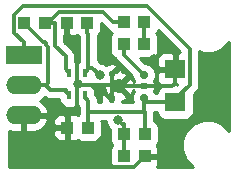
<source format=gtl>
G04 #@! TF.GenerationSoftware,KiCad,Pcbnew,(5.0.2)-1*
G04 #@! TF.CreationDate,2019-02-23T10:33:44+09:00*
G04 #@! TF.ProjectId,SPU0410LR5H,53505530-3431-4304-9c52-35482e6b6963,v1.1*
G04 #@! TF.SameCoordinates,Original*
G04 #@! TF.FileFunction,Copper,L1,Top*
G04 #@! TF.FilePolarity,Positive*
%FSLAX46Y46*%
G04 Gerber Fmt 4.6, Leading zero omitted, Abs format (unit mm)*
G04 Created by KiCad (PCBNEW (5.0.2)-1) date 2019/02/23 10:33:44*
%MOMM*%
%LPD*%
G01*
G04 APERTURE LIST*
G04 #@! TA.AperFunction,ComponentPad*
%ADD10R,3.048000X1.524000*%
G04 #@! TD*
G04 #@! TA.AperFunction,ComponentPad*
%ADD11O,3.048000X1.524000*%
G04 #@! TD*
G04 #@! TA.AperFunction,BGAPad,CuDef*
%ADD12C,0.562000*%
G04 #@! TD*
G04 #@! TA.AperFunction,BGAPad,CuDef*
%ADD13C,0.723000*%
G04 #@! TD*
G04 #@! TA.AperFunction,ComponentPad*
%ADD14C,1.224000*%
G04 #@! TD*
G04 #@! TA.AperFunction,BGAPad,CuDef*
%ADD15C,0.612000*%
G04 #@! TD*
G04 #@! TA.AperFunction,SMDPad,CuDef*
%ADD16R,1.049020X1.079500*%
G04 #@! TD*
G04 #@! TA.AperFunction,SMDPad,CuDef*
%ADD17R,1.800000X1.600000*%
G04 #@! TD*
G04 #@! TA.AperFunction,SMDPad,CuDef*
%ADD18R,0.400000X0.750000*%
G04 #@! TD*
G04 #@! TA.AperFunction,ViaPad*
%ADD19C,0.800000*%
G04 #@! TD*
G04 #@! TA.AperFunction,Conductor*
%ADD20C,0.300000*%
G04 #@! TD*
G04 #@! TA.AperFunction,Conductor*
%ADD21C,0.254000*%
G04 #@! TD*
G04 APERTURE END LIST*
D10*
G04 #@! TO.P,P1,1*
G04 #@! TO.N,VDD*
X141920000Y-108880000D03*
D11*
G04 #@! TO.P,P1,2*
G04 #@! TO.N,SOUT*
X141920000Y-111420000D03*
G04 #@! TO.P,P1,3*
G04 #@! TO.N,GND*
X141920000Y-113960000D03*
G04 #@! TD*
D12*
G04 #@! TO.P,U1,3*
G04 #@! TO.N,GND*
X149366000Y-112515000D03*
G04 #@! TO.P,U1,2*
X149366000Y-110485000D03*
D13*
G04 #@! TO.P,U1,4*
G04 #@! TO.N,VDD*
X152103000Y-112466000D03*
G04 #@! TO.P,U1,1*
G04 #@! TO.N,MOUT*
X152103000Y-110534000D03*
D14*
G04 #@! TO.P,U1,6*
G04 #@! TO.N,GND*
X150000000Y-111500000D03*
D15*
G04 #@! TO.P,U1,5*
X152103000Y-111500000D03*
G04 #@! TD*
D16*
G04 #@! TO.P,C2,2*
G04 #@! TO.N,MOUT*
X150390240Y-107940000D03*
G04 #@! TO.P,C2,1*
G04 #@! TO.N,Net-(C2-Pad1)*
X152137760Y-107940000D03*
G04 #@! TD*
D17*
G04 #@! TO.P,C3,1*
G04 #@! TO.N,VDD*
X154760000Y-112860000D03*
G04 #@! TO.P,C3,2*
G04 #@! TO.N,GND*
X154760000Y-110060000D03*
G04 #@! TD*
D16*
G04 #@! TO.P,C4,2*
G04 #@! TO.N,GND*
X145600240Y-114990000D03*
G04 #@! TO.P,C4,1*
G04 #@! TO.N,VDD*
X147347760Y-114990000D03*
G04 #@! TD*
G04 #@! TO.P,R1,1*
G04 #@! TO.N,Net-(C1-Pad1)*
X150420240Y-115540000D03*
G04 #@! TO.P,R1,2*
G04 #@! TO.N,VDD*
X152167760Y-115540000D03*
G04 #@! TD*
G04 #@! TO.P,R2,2*
G04 #@! TO.N,Net-(C1-Pad1)*
X150422240Y-117410000D03*
G04 #@! TO.P,R2,1*
G04 #@! TO.N,GND*
X152169760Y-117410000D03*
G04 #@! TD*
G04 #@! TO.P,R3,1*
G04 #@! TO.N,Net-(R3-Pad1)*
X150392240Y-106070000D03*
G04 #@! TO.P,R3,2*
G04 #@! TO.N,Net-(C2-Pad1)*
X152139760Y-106070000D03*
G04 #@! TD*
G04 #@! TO.P,R4,1*
G04 #@! TO.N,SOUT*
X141972240Y-106150000D03*
G04 #@! TO.P,R4,2*
G04 #@! TO.N,Net-(R3-Pad1)*
X143719760Y-106150000D03*
G04 #@! TD*
G04 #@! TO.P,C1,1*
G04 #@! TO.N,Net-(C1-Pad1)*
X147317760Y-106100000D03*
G04 #@! TO.P,C1,2*
G04 #@! TO.N,GND*
X145570240Y-106100000D03*
G04 #@! TD*
D18*
G04 #@! TO.P,U2,1*
G04 #@! TO.N,Net-(C1-Pad1)*
X147090000Y-110370000D03*
G04 #@! TO.P,U2,3*
G04 #@! TO.N,Net-(R3-Pad1)*
X145790000Y-110370000D03*
G04 #@! TO.P,U2,2*
G04 #@! TO.N,GND*
X146440000Y-110370000D03*
G04 #@! TO.P,U2,4*
G04 #@! TO.N,SOUT*
X145790000Y-112270000D03*
G04 #@! TO.P,U2,5*
G04 #@! TO.N,VDD*
X147090000Y-112270000D03*
G04 #@! TD*
D19*
G04 #@! TO.N,GND*
X146000000Y-108000000D03*
X148600000Y-107300000D03*
X153000000Y-109200000D03*
X158200000Y-110300000D03*
X154300000Y-116700000D03*
X146200000Y-117400000D03*
X146500000Y-111300000D03*
G04 #@! TO.N,Net-(C1-Pad1)*
X149947900Y-114390300D03*
X148400000Y-110571600D03*
G04 #@! TD*
D20*
G04 #@! TO.N,VDD*
X141920000Y-108880000D02*
X141920000Y-107767700D01*
X154516900Y-112860000D02*
X156010400Y-111366500D01*
X156010400Y-111366500D02*
X156010400Y-108364200D01*
X156010400Y-108364200D02*
X152338700Y-104692500D01*
X152338700Y-104692500D02*
X141828000Y-104692500D01*
X141828000Y-104692500D02*
X141097300Y-105423200D01*
X141097300Y-105423200D02*
X141097300Y-106945000D01*
X141097300Y-106945000D02*
X141920000Y-107767700D01*
X154760000Y-112860000D02*
X154516900Y-112860000D01*
X154134900Y-112860000D02*
X153509700Y-112860000D01*
X154134900Y-112860000D02*
X154516900Y-112860000D01*
X147390000Y-113630500D02*
X147390000Y-112720000D01*
X152103000Y-112860000D02*
X152103000Y-112466000D01*
X152103000Y-113630500D02*
X152103000Y-112860000D01*
X152103000Y-112860000D02*
X153509700Y-112860000D01*
X147347800Y-114100000D02*
X147390000Y-114057800D01*
X147390000Y-114057800D02*
X147390000Y-113630500D01*
X147390000Y-113630500D02*
X152103000Y-113630500D01*
X152167800Y-114649900D02*
X152167800Y-113695300D01*
X152167800Y-113695300D02*
X152103000Y-113630500D01*
X147347800Y-114990000D02*
X147347800Y-114100000D01*
X152167800Y-115540000D02*
X152167800Y-114649900D01*
X147090000Y-112420000D02*
X147390000Y-112720000D01*
X147090000Y-112270000D02*
X147090000Y-112420000D01*
G04 #@! TO.N,GND*
X146940600Y-111370900D02*
X149366000Y-111370900D01*
X149366000Y-111370900D02*
X149366000Y-110485000D01*
X149366000Y-111500000D02*
X149366000Y-111370900D01*
X149366000Y-111500000D02*
X150000000Y-111500000D01*
X149366000Y-111500000D02*
X149366000Y-112515000D01*
X145570200Y-106990100D02*
X146440000Y-107859900D01*
X146440000Y-107859900D02*
X146440000Y-109920000D01*
X154760000Y-110060000D02*
X154760000Y-111210300D01*
X152103000Y-111500000D02*
X154470300Y-111500000D01*
X154470300Y-111500000D02*
X154760000Y-111210300D01*
X150000000Y-111500000D02*
X152103000Y-111500000D01*
X152169800Y-117410000D02*
X151242400Y-118337400D01*
X151242400Y-118337400D02*
X148947600Y-118337400D01*
X141920000Y-113960000D02*
X143794300Y-113960000D01*
X145600200Y-114990000D02*
X144725400Y-114990000D01*
X143794300Y-113960000D02*
X143794300Y-114058900D01*
X143794300Y-114058900D02*
X144725400Y-114990000D01*
X145570200Y-106100000D02*
X145570200Y-106990100D01*
X145570240Y-106100000D02*
X145570240Y-107570240D01*
X145570240Y-107570240D02*
X146000000Y-108000000D01*
X149366000Y-110485000D02*
X150000000Y-109851000D01*
X150000000Y-109851000D02*
X150000000Y-109700000D01*
X150000000Y-109700000D02*
X148600000Y-108300000D01*
X148600000Y-108300000D02*
X148600000Y-107300000D01*
X154760000Y-110060000D02*
X153360000Y-110060000D01*
X153360000Y-110060000D02*
X153000000Y-109700000D01*
X153000000Y-109700000D02*
X153000000Y-109200000D01*
X158200000Y-110300000D02*
X158200000Y-112200000D01*
X158200000Y-112200000D02*
X154300000Y-116100000D01*
X154300000Y-116100000D02*
X154300000Y-116700000D01*
X145600240Y-115005240D02*
X145800000Y-115205000D01*
X145600240Y-114990000D02*
X145600240Y-115005240D01*
X145600240Y-114990000D02*
X145600240Y-117399760D01*
X145600240Y-114990000D02*
X145600240Y-117200240D01*
X147100000Y-116500000D02*
X146200000Y-117400000D01*
X147100000Y-116489800D02*
X147100000Y-116500000D01*
X148947600Y-118337400D02*
X147100000Y-116489800D01*
X146440000Y-109920000D02*
X146440000Y-111240000D01*
X146440000Y-111240000D02*
X146500000Y-111300000D01*
X145600200Y-116200200D02*
X145600200Y-114990000D01*
X147100000Y-116489800D02*
X145889800Y-116489800D01*
X145889800Y-116489800D02*
X145600200Y-116200200D01*
X145600200Y-114100000D02*
X145600200Y-114990000D01*
X146472900Y-113227300D02*
X145600200Y-114100000D01*
X146940600Y-111370900D02*
X146472900Y-111370900D01*
X146472900Y-111370900D02*
X146472900Y-113227300D01*
X146570900Y-111370900D02*
X146940600Y-111370900D01*
X146440000Y-111240000D02*
X146570900Y-111370900D01*
G04 #@! TO.N,Net-(C1-Pad1)*
X150420200Y-115540000D02*
X150420200Y-114649900D01*
X149947900Y-114390300D02*
X150207500Y-114649900D01*
X150207500Y-114649900D02*
X150420200Y-114649900D01*
X147390000Y-109920000D02*
X147748400Y-109920000D01*
X147748400Y-109920000D02*
X148400000Y-110571600D01*
X147317800Y-106990100D02*
X147390000Y-107062300D01*
X147390000Y-107062300D02*
X147390000Y-109920000D01*
X147317800Y-106100000D02*
X147317800Y-106990100D01*
X150422200Y-117410000D02*
X150422200Y-116520000D01*
X150420200Y-115540000D02*
X150420200Y-116518000D01*
X150420200Y-116518000D02*
X150422200Y-116520000D01*
X147390000Y-110070000D02*
X147090000Y-110370000D01*
X147390000Y-109920000D02*
X147390000Y-110070000D01*
G04 #@! TO.N,MOUT*
X150390200Y-107940000D02*
X150390200Y-108830100D01*
X150390200Y-108830100D02*
X150399100Y-108830100D01*
X150399100Y-108830100D02*
X152103000Y-110534000D01*
G04 #@! TO.N,Net-(C2-Pad1)*
X152137800Y-107940000D02*
X152137800Y-107050000D01*
X152139800Y-106070000D02*
X152139800Y-107048000D01*
X152139800Y-107048000D02*
X152137800Y-107050000D01*
G04 #@! TO.N,SOUT*
X141920000Y-111420000D02*
X143794300Y-111420000D01*
X145490000Y-111769700D02*
X144144000Y-111769700D01*
X144144000Y-111769700D02*
X143794300Y-111420000D01*
X144000000Y-111214300D02*
X143794300Y-111420000D01*
X144000000Y-108200000D02*
X144000000Y-111214300D01*
X141972200Y-106150000D02*
X141972200Y-106172200D01*
X143567999Y-107767999D02*
X143724001Y-107767999D01*
X143724001Y-107767999D02*
X143794001Y-107837999D01*
X143794001Y-107837999D02*
X143794001Y-107994001D01*
X141972200Y-106172200D02*
X143567999Y-107767999D01*
X143794001Y-107994001D02*
X144000000Y-108200000D01*
X145490000Y-111970000D02*
X145790000Y-112270000D01*
X145490000Y-111769700D02*
X145490000Y-111970000D01*
G04 #@! TO.N,Net-(R3-Pad1)*
X150392200Y-106070000D02*
X149517400Y-106070000D01*
X144157200Y-106150000D02*
X144157200Y-105932900D01*
X144157200Y-105932900D02*
X144880200Y-105209900D01*
X144880200Y-105209900D02*
X148657300Y-105209900D01*
X148657300Y-105209900D02*
X149517400Y-106070000D01*
X143719800Y-106150000D02*
X144157200Y-106150000D01*
X145490000Y-110070000D02*
X145790000Y-110370000D01*
X145490000Y-108969700D02*
X145490000Y-110070000D01*
X144594600Y-108074300D02*
X145490000Y-108969700D01*
X144157200Y-106150000D02*
X144594600Y-106150000D01*
X144594600Y-106150000D02*
X144594600Y-108074300D01*
G04 #@! TD*
D21*
G04 #@! TO.N,GND*
G36*
X159290001Y-115270655D02*
X158709380Y-114690034D01*
X157924678Y-114365000D01*
X157075322Y-114365000D01*
X156290620Y-114690034D01*
X155690034Y-115290620D01*
X155365000Y-116075322D01*
X155365000Y-116924678D01*
X155690034Y-117709380D01*
X156270654Y-118290000D01*
X153240653Y-118290000D01*
X153329270Y-118076060D01*
X153329270Y-117695750D01*
X153170520Y-117537000D01*
X152296760Y-117537000D01*
X152296760Y-117557000D01*
X152042760Y-117557000D01*
X152042760Y-117537000D01*
X152022760Y-117537000D01*
X152022760Y-117283000D01*
X152042760Y-117283000D01*
X152042760Y-117263000D01*
X152296760Y-117263000D01*
X152296760Y-117283000D01*
X153170520Y-117283000D01*
X153329270Y-117124250D01*
X153329270Y-116743940D01*
X153232597Y-116510551D01*
X153193949Y-116471903D01*
X153290427Y-116327515D01*
X153339710Y-116079750D01*
X153339710Y-115000250D01*
X153290427Y-114752485D01*
X153150079Y-114542441D01*
X152952800Y-114410622D01*
X152952800Y-113772611D01*
X152968178Y-113695299D01*
X152958173Y-113645000D01*
X153212560Y-113645000D01*
X153212560Y-113660000D01*
X153261843Y-113907765D01*
X153402191Y-114117809D01*
X153612235Y-114258157D01*
X153860000Y-114307440D01*
X155660000Y-114307440D01*
X155907765Y-114258157D01*
X156117809Y-114117809D01*
X156258157Y-113907765D01*
X156307440Y-113660000D01*
X156307440Y-112179618D01*
X156510811Y-111976247D01*
X156576353Y-111932453D01*
X156620147Y-111866911D01*
X156620149Y-111866909D01*
X156749854Y-111672792D01*
X156751661Y-111663709D01*
X156795400Y-111443816D01*
X156795400Y-111443812D01*
X156810778Y-111366500D01*
X156795400Y-111289188D01*
X156795400Y-108519053D01*
X157075322Y-108635000D01*
X157924678Y-108635000D01*
X158709380Y-108309966D01*
X159290000Y-107729346D01*
X159290001Y-115270655D01*
X159290001Y-115270655D01*
G37*
X159290001Y-115270655D02*
X158709380Y-114690034D01*
X157924678Y-114365000D01*
X157075322Y-114365000D01*
X156290620Y-114690034D01*
X155690034Y-115290620D01*
X155365000Y-116075322D01*
X155365000Y-116924678D01*
X155690034Y-117709380D01*
X156270654Y-118290000D01*
X153240653Y-118290000D01*
X153329270Y-118076060D01*
X153329270Y-117695750D01*
X153170520Y-117537000D01*
X152296760Y-117537000D01*
X152296760Y-117557000D01*
X152042760Y-117557000D01*
X152042760Y-117537000D01*
X152022760Y-117537000D01*
X152022760Y-117283000D01*
X152042760Y-117283000D01*
X152042760Y-117263000D01*
X152296760Y-117263000D01*
X152296760Y-117283000D01*
X153170520Y-117283000D01*
X153329270Y-117124250D01*
X153329270Y-116743940D01*
X153232597Y-116510551D01*
X153193949Y-116471903D01*
X153290427Y-116327515D01*
X153339710Y-116079750D01*
X153339710Y-115000250D01*
X153290427Y-114752485D01*
X153150079Y-114542441D01*
X152952800Y-114410622D01*
X152952800Y-113772611D01*
X152968178Y-113695299D01*
X152958173Y-113645000D01*
X153212560Y-113645000D01*
X153212560Y-113660000D01*
X153261843Y-113907765D01*
X153402191Y-114117809D01*
X153612235Y-114258157D01*
X153860000Y-114307440D01*
X155660000Y-114307440D01*
X155907765Y-114258157D01*
X156117809Y-114117809D01*
X156258157Y-113907765D01*
X156307440Y-113660000D01*
X156307440Y-112179618D01*
X156510811Y-111976247D01*
X156576353Y-111932453D01*
X156620147Y-111866911D01*
X156620149Y-111866909D01*
X156749854Y-111672792D01*
X156751661Y-111663709D01*
X156795400Y-111443816D01*
X156795400Y-111443812D01*
X156810778Y-111366500D01*
X156795400Y-111289188D01*
X156795400Y-108519053D01*
X157075322Y-108635000D01*
X157924678Y-108635000D01*
X158709380Y-108309966D01*
X159290000Y-107729346D01*
X159290001Y-115270655D01*
G36*
X143837708Y-112509154D02*
X144066684Y-112554700D01*
X144066688Y-112554700D01*
X144143999Y-112570078D01*
X144221310Y-112554700D01*
X144942560Y-112554700D01*
X144942560Y-112645000D01*
X144991843Y-112892765D01*
X145132191Y-113102809D01*
X145342235Y-113243157D01*
X145590000Y-113292440D01*
X145990000Y-113292440D01*
X146237765Y-113243157D01*
X146440000Y-113108027D01*
X146605000Y-113218277D01*
X146605000Y-113553183D01*
X146589621Y-113630500D01*
X146605000Y-113707815D01*
X146605000Y-113810531D01*
X146597608Y-113847692D01*
X146575485Y-113852093D01*
X146485047Y-113912522D01*
X146484448Y-113911923D01*
X146251059Y-113815250D01*
X145885990Y-113815250D01*
X145727240Y-113974000D01*
X145727240Y-114863000D01*
X145747240Y-114863000D01*
X145747240Y-115117000D01*
X145727240Y-115117000D01*
X145727240Y-116006000D01*
X145885990Y-116164750D01*
X146251059Y-116164750D01*
X146484448Y-116068077D01*
X146485047Y-116067478D01*
X146575485Y-116127907D01*
X146823250Y-116177190D01*
X147872270Y-116177190D01*
X148120035Y-116127907D01*
X148330079Y-115987559D01*
X148470427Y-115777515D01*
X148519710Y-115529750D01*
X148519710Y-114450250D01*
X148512798Y-114415500D01*
X148912900Y-114415500D01*
X148912900Y-114596174D01*
X149070469Y-114976580D01*
X149248290Y-115154401D01*
X149248290Y-116079750D01*
X149297573Y-116327515D01*
X149397120Y-116476497D01*
X149299573Y-116622485D01*
X149250290Y-116870250D01*
X149250290Y-117949750D01*
X149299573Y-118197515D01*
X149361370Y-118290000D01*
X140710000Y-118290000D01*
X140710000Y-115262254D01*
X141031000Y-115357000D01*
X141793000Y-115357000D01*
X141793000Y-114087000D01*
X142047000Y-114087000D01*
X142047000Y-115357000D01*
X142809000Y-115357000D01*
X143084275Y-115275750D01*
X144440730Y-115275750D01*
X144440730Y-115656060D01*
X144537403Y-115889449D01*
X144716032Y-116068077D01*
X144949421Y-116164750D01*
X145314490Y-116164750D01*
X145473240Y-116006000D01*
X145473240Y-115117000D01*
X144599480Y-115117000D01*
X144440730Y-115275750D01*
X143084275Y-115275750D01*
X143333941Y-115202059D01*
X143759630Y-114858026D01*
X144021260Y-114377277D01*
X144032012Y-114323940D01*
X144440730Y-114323940D01*
X144440730Y-114704250D01*
X144599480Y-114863000D01*
X145473240Y-114863000D01*
X145473240Y-113974000D01*
X145314490Y-113815250D01*
X144949421Y-113815250D01*
X144716032Y-113911923D01*
X144537403Y-114090551D01*
X144440730Y-114323940D01*
X144032012Y-114323940D01*
X144036220Y-114303070D01*
X143913720Y-114087000D01*
X142047000Y-114087000D01*
X141793000Y-114087000D01*
X141773000Y-114087000D01*
X141773000Y-113833000D01*
X141793000Y-113833000D01*
X141793000Y-113813000D01*
X142047000Y-113813000D01*
X142047000Y-113833000D01*
X143913720Y-113833000D01*
X144036220Y-113616930D01*
X144021260Y-113542723D01*
X143759630Y-113061974D01*
X143333941Y-112717941D01*
X143278511Y-112701580D01*
X143689180Y-112427180D01*
X143697158Y-112415241D01*
X143837708Y-112509154D01*
X143837708Y-112509154D01*
G37*
X143837708Y-112509154D02*
X144066684Y-112554700D01*
X144066688Y-112554700D01*
X144143999Y-112570078D01*
X144221310Y-112554700D01*
X144942560Y-112554700D01*
X144942560Y-112645000D01*
X144991843Y-112892765D01*
X145132191Y-113102809D01*
X145342235Y-113243157D01*
X145590000Y-113292440D01*
X145990000Y-113292440D01*
X146237765Y-113243157D01*
X146440000Y-113108027D01*
X146605000Y-113218277D01*
X146605000Y-113553183D01*
X146589621Y-113630500D01*
X146605000Y-113707815D01*
X146605000Y-113810531D01*
X146597608Y-113847692D01*
X146575485Y-113852093D01*
X146485047Y-113912522D01*
X146484448Y-113911923D01*
X146251059Y-113815250D01*
X145885990Y-113815250D01*
X145727240Y-113974000D01*
X145727240Y-114863000D01*
X145747240Y-114863000D01*
X145747240Y-115117000D01*
X145727240Y-115117000D01*
X145727240Y-116006000D01*
X145885990Y-116164750D01*
X146251059Y-116164750D01*
X146484448Y-116068077D01*
X146485047Y-116067478D01*
X146575485Y-116127907D01*
X146823250Y-116177190D01*
X147872270Y-116177190D01*
X148120035Y-116127907D01*
X148330079Y-115987559D01*
X148470427Y-115777515D01*
X148519710Y-115529750D01*
X148519710Y-114450250D01*
X148512798Y-114415500D01*
X148912900Y-114415500D01*
X148912900Y-114596174D01*
X149070469Y-114976580D01*
X149248290Y-115154401D01*
X149248290Y-116079750D01*
X149297573Y-116327515D01*
X149397120Y-116476497D01*
X149299573Y-116622485D01*
X149250290Y-116870250D01*
X149250290Y-117949750D01*
X149299573Y-118197515D01*
X149361370Y-118290000D01*
X140710000Y-118290000D01*
X140710000Y-115262254D01*
X141031000Y-115357000D01*
X141793000Y-115357000D01*
X141793000Y-114087000D01*
X142047000Y-114087000D01*
X142047000Y-115357000D01*
X142809000Y-115357000D01*
X143084275Y-115275750D01*
X144440730Y-115275750D01*
X144440730Y-115656060D01*
X144537403Y-115889449D01*
X144716032Y-116068077D01*
X144949421Y-116164750D01*
X145314490Y-116164750D01*
X145473240Y-116006000D01*
X145473240Y-115117000D01*
X144599480Y-115117000D01*
X144440730Y-115275750D01*
X143084275Y-115275750D01*
X143333941Y-115202059D01*
X143759630Y-114858026D01*
X144021260Y-114377277D01*
X144032012Y-114323940D01*
X144440730Y-114323940D01*
X144440730Y-114704250D01*
X144599480Y-114863000D01*
X145473240Y-114863000D01*
X145473240Y-113974000D01*
X145314490Y-113815250D01*
X144949421Y-113815250D01*
X144716032Y-113911923D01*
X144537403Y-114090551D01*
X144440730Y-114323940D01*
X144032012Y-114323940D01*
X144036220Y-114303070D01*
X143913720Y-114087000D01*
X142047000Y-114087000D01*
X141793000Y-114087000D01*
X141773000Y-114087000D01*
X141773000Y-113833000D01*
X141793000Y-113833000D01*
X141793000Y-113813000D01*
X142047000Y-113813000D01*
X142047000Y-113833000D01*
X143913720Y-113833000D01*
X144036220Y-113616930D01*
X144021260Y-113542723D01*
X143759630Y-113061974D01*
X143333941Y-112717941D01*
X143278511Y-112701580D01*
X143689180Y-112427180D01*
X143697158Y-112415241D01*
X143837708Y-112509154D01*
G36*
X147813720Y-111449031D02*
X148194126Y-111606600D01*
X148605874Y-111606600D01*
X148753461Y-111545468D01*
X148770371Y-111823337D01*
X148901887Y-112140845D01*
X149128556Y-112191839D01*
X149175500Y-112144895D01*
X149355105Y-112324500D01*
X149308161Y-112371444D01*
X149359155Y-112598113D01*
X149457040Y-112631850D01*
X149380143Y-112708748D01*
X149366000Y-112694605D01*
X149351858Y-112708748D01*
X149172253Y-112529143D01*
X149186395Y-112515000D01*
X148735457Y-112064062D01*
X148542791Y-112073885D01*
X148436647Y-112422491D01*
X148471987Y-112785181D01*
X148496972Y-112845500D01*
X148175000Y-112845500D01*
X148175000Y-112797311D01*
X148190378Y-112719999D01*
X148175000Y-112642687D01*
X148175000Y-112642684D01*
X148129454Y-112413708D01*
X147955953Y-112154047D01*
X147937440Y-112141677D01*
X147937440Y-111895000D01*
X147888157Y-111647235D01*
X147747809Y-111437191D01*
X147572422Y-111320000D01*
X147639721Y-111275032D01*
X147813720Y-111449031D01*
X147813720Y-111449031D01*
G37*
X147813720Y-111449031D02*
X148194126Y-111606600D01*
X148605874Y-111606600D01*
X148753461Y-111545468D01*
X148770371Y-111823337D01*
X148901887Y-112140845D01*
X149128556Y-112191839D01*
X149175500Y-112144895D01*
X149355105Y-112324500D01*
X149308161Y-112371444D01*
X149359155Y-112598113D01*
X149457040Y-112631850D01*
X149380143Y-112708748D01*
X149366000Y-112694605D01*
X149351858Y-112708748D01*
X149172253Y-112529143D01*
X149186395Y-112515000D01*
X148735457Y-112064062D01*
X148542791Y-112073885D01*
X148436647Y-112422491D01*
X148471987Y-112785181D01*
X148496972Y-112845500D01*
X148175000Y-112845500D01*
X148175000Y-112797311D01*
X148190378Y-112719999D01*
X148175000Y-112642687D01*
X148175000Y-112642684D01*
X148129454Y-112413708D01*
X147955953Y-112154047D01*
X147937440Y-112141677D01*
X147937440Y-111895000D01*
X147888157Y-111647235D01*
X147747809Y-111437191D01*
X147572422Y-111320000D01*
X147639721Y-111275032D01*
X147813720Y-111449031D01*
G36*
X148907653Y-106570411D02*
X148951447Y-106635953D01*
X149016989Y-106679747D01*
X149016991Y-106679749D01*
X149211108Y-106809454D01*
X149262028Y-106819583D01*
X149269573Y-106857515D01*
X149367120Y-107003503D01*
X149267573Y-107152485D01*
X149218290Y-107400250D01*
X149218290Y-108479750D01*
X149267573Y-108727515D01*
X149407921Y-108937559D01*
X149617965Y-109077907D01*
X149639984Y-109082287D01*
X149650746Y-109136392D01*
X149824247Y-109396053D01*
X149916614Y-109457771D01*
X151106500Y-110647658D01*
X151106500Y-110732216D01*
X151248979Y-111076192D01*
X151222956Y-111160554D01*
X151098113Y-110859155D01*
X150871444Y-110808161D01*
X150179605Y-111500000D01*
X150871444Y-112191839D01*
X151098113Y-112140845D01*
X151205906Y-111828096D01*
X151247265Y-111927946D01*
X151106500Y-112267784D01*
X151106500Y-112664216D01*
X151181590Y-112845500D01*
X150222889Y-112845500D01*
X150256939Y-112733670D01*
X150323337Y-112729629D01*
X150640845Y-112598113D01*
X150691839Y-112371444D01*
X150000000Y-111679605D01*
X149815881Y-111863724D01*
X149807115Y-111691791D01*
X149670271Y-111650124D01*
X149820395Y-111500000D01*
X149806253Y-111485858D01*
X149985858Y-111306253D01*
X150000000Y-111320395D01*
X150691839Y-110628556D01*
X150640845Y-110401887D01*
X150265640Y-110272567D01*
X150260013Y-110214819D01*
X150189209Y-110043885D01*
X149996543Y-110034062D01*
X149765650Y-110264955D01*
X149676663Y-110270371D01*
X149435000Y-110370471D01*
X149435000Y-110365726D01*
X149397120Y-110274275D01*
X149816938Y-109854457D01*
X149807115Y-109661791D01*
X149458509Y-109555647D01*
X149095819Y-109590987D01*
X148924885Y-109661791D01*
X148924538Y-109668595D01*
X148605874Y-109536600D01*
X148475157Y-109536600D01*
X148358149Y-109419592D01*
X148314353Y-109354047D01*
X148175000Y-109260934D01*
X148175000Y-107181135D01*
X148300079Y-107097559D01*
X148440427Y-106887515D01*
X148489710Y-106639750D01*
X148489710Y-106152467D01*
X148907653Y-106570411D01*
X148907653Y-106570411D01*
G37*
X148907653Y-106570411D02*
X148951447Y-106635953D01*
X149016989Y-106679747D01*
X149016991Y-106679749D01*
X149211108Y-106809454D01*
X149262028Y-106819583D01*
X149269573Y-106857515D01*
X149367120Y-107003503D01*
X149267573Y-107152485D01*
X149218290Y-107400250D01*
X149218290Y-108479750D01*
X149267573Y-108727515D01*
X149407921Y-108937559D01*
X149617965Y-109077907D01*
X149639984Y-109082287D01*
X149650746Y-109136392D01*
X149824247Y-109396053D01*
X149916614Y-109457771D01*
X151106500Y-110647658D01*
X151106500Y-110732216D01*
X151248979Y-111076192D01*
X151222956Y-111160554D01*
X151098113Y-110859155D01*
X150871444Y-110808161D01*
X150179605Y-111500000D01*
X150871444Y-112191839D01*
X151098113Y-112140845D01*
X151205906Y-111828096D01*
X151247265Y-111927946D01*
X151106500Y-112267784D01*
X151106500Y-112664216D01*
X151181590Y-112845500D01*
X150222889Y-112845500D01*
X150256939Y-112733670D01*
X150323337Y-112729629D01*
X150640845Y-112598113D01*
X150691839Y-112371444D01*
X150000000Y-111679605D01*
X149815881Y-111863724D01*
X149807115Y-111691791D01*
X149670271Y-111650124D01*
X149820395Y-111500000D01*
X149806253Y-111485858D01*
X149985858Y-111306253D01*
X150000000Y-111320395D01*
X150691839Y-110628556D01*
X150640845Y-110401887D01*
X150265640Y-110272567D01*
X150260013Y-110214819D01*
X150189209Y-110043885D01*
X149996543Y-110034062D01*
X149765650Y-110264955D01*
X149676663Y-110270371D01*
X149435000Y-110370471D01*
X149435000Y-110365726D01*
X149397120Y-110274275D01*
X149816938Y-109854457D01*
X149807115Y-109661791D01*
X149458509Y-109555647D01*
X149095819Y-109590987D01*
X148924885Y-109661791D01*
X148924538Y-109668595D01*
X148605874Y-109536600D01*
X148475157Y-109536600D01*
X148358149Y-109419592D01*
X148314353Y-109354047D01*
X148175000Y-109260934D01*
X148175000Y-107181135D01*
X148300079Y-107097559D01*
X148440427Y-106887515D01*
X148489710Y-106639750D01*
X148489710Y-106152467D01*
X148907653Y-106570411D01*
G36*
X155161042Y-108625000D02*
X155045750Y-108625000D01*
X154887000Y-108783750D01*
X154887000Y-109933000D01*
X154907000Y-109933000D01*
X154907000Y-110187000D01*
X154887000Y-110187000D01*
X154887000Y-110207000D01*
X154633000Y-110207000D01*
X154633000Y-110187000D01*
X153383750Y-110187000D01*
X153225000Y-110345750D01*
X153225000Y-110986309D01*
X153321673Y-111219698D01*
X153500301Y-111398327D01*
X153640209Y-111456279D01*
X153612235Y-111461843D01*
X153402191Y-111602191D01*
X153261843Y-111812235D01*
X153212560Y-112060000D01*
X153212560Y-112075000D01*
X153019646Y-112075000D01*
X152957021Y-111923808D01*
X153057364Y-111598514D01*
X153022416Y-111225796D01*
X152958735Y-111072054D01*
X153099500Y-110732216D01*
X153099500Y-110335784D01*
X152947792Y-109969528D01*
X152667472Y-109689208D01*
X152301216Y-109537500D01*
X152216658Y-109537500D01*
X151812849Y-109133691D01*
X153225000Y-109133691D01*
X153225000Y-109774250D01*
X153383750Y-109933000D01*
X154633000Y-109933000D01*
X154633000Y-108783750D01*
X154474250Y-108625000D01*
X153733690Y-108625000D01*
X153500301Y-108721673D01*
X153321673Y-108900302D01*
X153225000Y-109133691D01*
X151812849Y-109133691D01*
X151806348Y-109127190D01*
X152662270Y-109127190D01*
X152910035Y-109077907D01*
X153120079Y-108937559D01*
X153260427Y-108727515D01*
X153309710Y-108479750D01*
X153309710Y-107400250D01*
X153260427Y-107152485D01*
X153162880Y-107006497D01*
X153262427Y-106857515D01*
X153284183Y-106748140D01*
X155161042Y-108625000D01*
X155161042Y-108625000D01*
G37*
X155161042Y-108625000D02*
X155045750Y-108625000D01*
X154887000Y-108783750D01*
X154887000Y-109933000D01*
X154907000Y-109933000D01*
X154907000Y-110187000D01*
X154887000Y-110187000D01*
X154887000Y-110207000D01*
X154633000Y-110207000D01*
X154633000Y-110187000D01*
X153383750Y-110187000D01*
X153225000Y-110345750D01*
X153225000Y-110986309D01*
X153321673Y-111219698D01*
X153500301Y-111398327D01*
X153640209Y-111456279D01*
X153612235Y-111461843D01*
X153402191Y-111602191D01*
X153261843Y-111812235D01*
X153212560Y-112060000D01*
X153212560Y-112075000D01*
X153019646Y-112075000D01*
X152957021Y-111923808D01*
X153057364Y-111598514D01*
X153022416Y-111225796D01*
X152958735Y-111072054D01*
X153099500Y-110732216D01*
X153099500Y-110335784D01*
X152947792Y-109969528D01*
X152667472Y-109689208D01*
X152301216Y-109537500D01*
X152216658Y-109537500D01*
X151812849Y-109133691D01*
X153225000Y-109133691D01*
X153225000Y-109774250D01*
X153383750Y-109933000D01*
X154633000Y-109933000D01*
X154633000Y-108783750D01*
X154474250Y-108625000D01*
X153733690Y-108625000D01*
X153500301Y-108721673D01*
X153321673Y-108900302D01*
X153225000Y-109133691D01*
X151812849Y-109133691D01*
X151806348Y-109127190D01*
X152662270Y-109127190D01*
X152910035Y-109077907D01*
X153120079Y-108937559D01*
X153260427Y-108727515D01*
X153309710Y-108479750D01*
X153309710Y-107400250D01*
X153260427Y-107152485D01*
X153162880Y-107006497D01*
X153262427Y-106857515D01*
X153284183Y-106748140D01*
X155161042Y-108625000D01*
G36*
X146607578Y-111320000D02*
X146440000Y-111431973D01*
X146272422Y-111320000D01*
X146440000Y-111208027D01*
X146607578Y-111320000D01*
X146607578Y-111320000D01*
G37*
X146607578Y-111320000D02*
X146440000Y-111431973D01*
X146272422Y-111320000D01*
X146440000Y-111208027D01*
X146607578Y-111320000D01*
G36*
X154632998Y-111412560D02*
X154556690Y-111412560D01*
X154632998Y-111336252D01*
X154632998Y-111412560D01*
X154632998Y-111412560D01*
G37*
X154632998Y-111412560D02*
X154556690Y-111412560D01*
X154632998Y-111336252D01*
X154632998Y-111412560D01*
G36*
X154908746Y-111357996D02*
X154887002Y-111379740D01*
X154887002Y-111336252D01*
X154908746Y-111357996D01*
X154908746Y-111357996D01*
G37*
X154908746Y-111357996D02*
X154887002Y-111379740D01*
X154887002Y-111336252D01*
X154908746Y-111357996D01*
G36*
X145717240Y-106227000D02*
X145697240Y-106227000D01*
X145697240Y-107116000D01*
X145855990Y-107274750D01*
X146221059Y-107274750D01*
X146454448Y-107178077D01*
X146455047Y-107177478D01*
X146545485Y-107237907D01*
X146567587Y-107242303D01*
X146578346Y-107296391D01*
X146605000Y-107336282D01*
X146605001Y-109421722D01*
X146440000Y-109531973D01*
X146275000Y-109421723D01*
X146275000Y-109047012D01*
X146290378Y-108969700D01*
X146275000Y-108892388D01*
X146275000Y-108892384D01*
X146229454Y-108663408D01*
X146210472Y-108635000D01*
X146099749Y-108469291D01*
X146099747Y-108469289D01*
X146055953Y-108403747D01*
X145990411Y-108359953D01*
X145379600Y-107749143D01*
X145379600Y-107179640D01*
X145443240Y-107116000D01*
X145443240Y-106227000D01*
X145423240Y-106227000D01*
X145423240Y-105994900D01*
X145717240Y-105994900D01*
X145717240Y-106227000D01*
X145717240Y-106227000D01*
G37*
X145717240Y-106227000D02*
X145697240Y-106227000D01*
X145697240Y-107116000D01*
X145855990Y-107274750D01*
X146221059Y-107274750D01*
X146454448Y-107178077D01*
X146455047Y-107177478D01*
X146545485Y-107237907D01*
X146567587Y-107242303D01*
X146578346Y-107296391D01*
X146605000Y-107336282D01*
X146605001Y-109421722D01*
X146440000Y-109531973D01*
X146275000Y-109421723D01*
X146275000Y-109047012D01*
X146290378Y-108969700D01*
X146275000Y-108892388D01*
X146275000Y-108892384D01*
X146229454Y-108663408D01*
X146210472Y-108635000D01*
X146099749Y-108469291D01*
X146099747Y-108469289D01*
X146055953Y-108403747D01*
X145990411Y-108359953D01*
X145379600Y-107749143D01*
X145379600Y-107179640D01*
X145443240Y-107116000D01*
X145443240Y-106227000D01*
X145423240Y-106227000D01*
X145423240Y-105994900D01*
X145717240Y-105994900D01*
X145717240Y-106227000D01*
G04 #@! TD*
M02*

</source>
